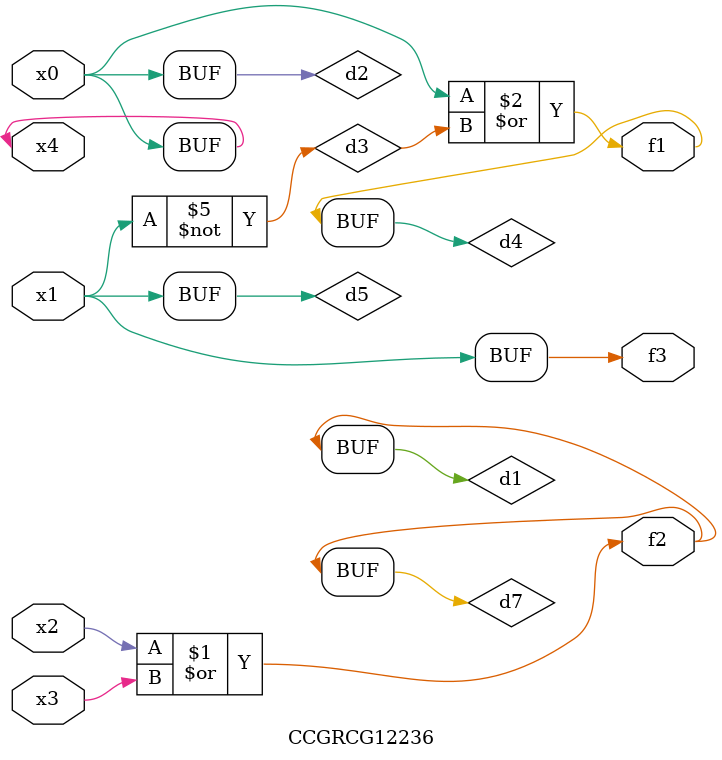
<source format=v>
module CCGRCG12236(
	input x0, x1, x2, x3, x4,
	output f1, f2, f3
);

	wire d1, d2, d3, d4, d5, d6, d7;

	or (d1, x2, x3);
	buf (d2, x0, x4);
	not (d3, x1);
	or (d4, d2, d3);
	not (d5, d3);
	nand (d6, d1, d3);
	or (d7, d1);
	assign f1 = d4;
	assign f2 = d7;
	assign f3 = d5;
endmodule

</source>
